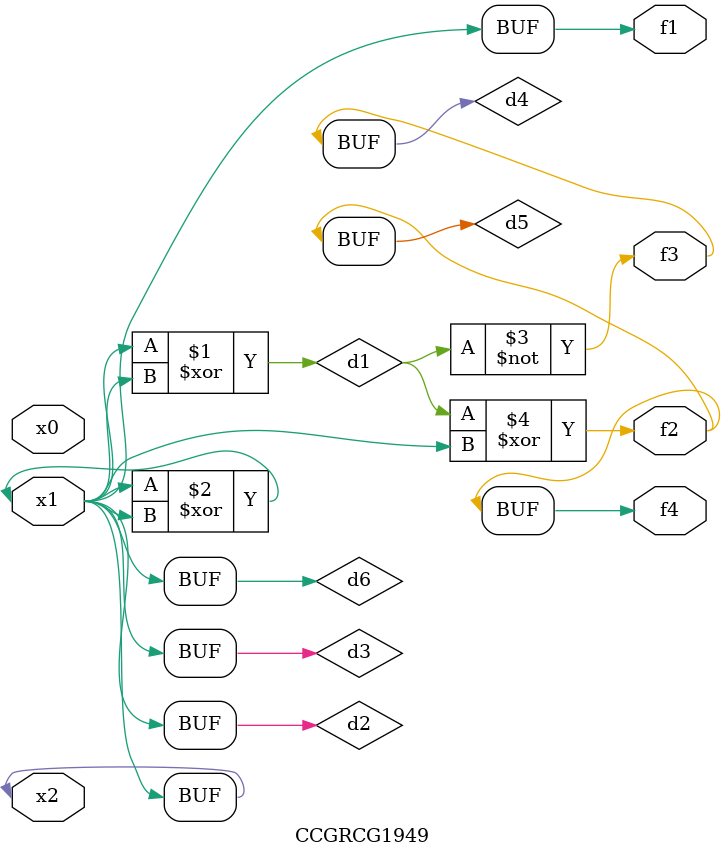
<source format=v>
module CCGRCG1949(
	input x0, x1, x2,
	output f1, f2, f3, f4
);

	wire d1, d2, d3, d4, d5, d6;

	xor (d1, x1, x2);
	buf (d2, x1, x2);
	xor (d3, x1, x2);
	nor (d4, d1);
	xor (d5, d1, d2);
	buf (d6, d2, d3);
	assign f1 = d6;
	assign f2 = d5;
	assign f3 = d4;
	assign f4 = d5;
endmodule

</source>
